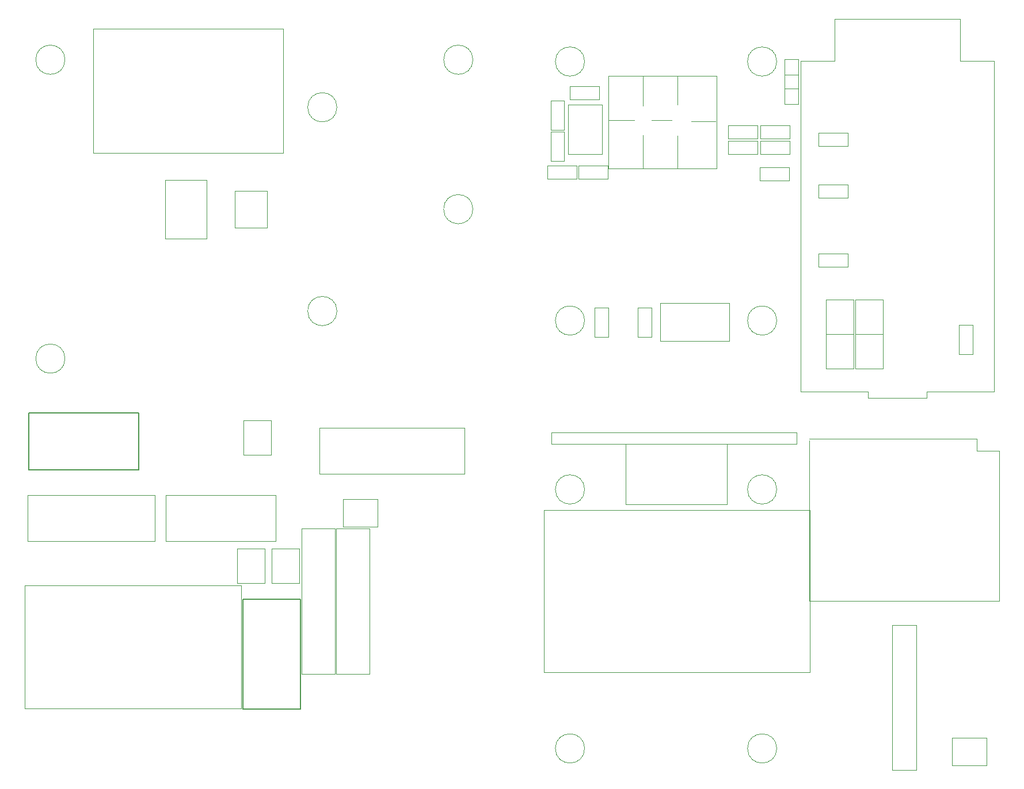
<source format=gbr>
%TF.GenerationSoftware,KiCad,Pcbnew,7.0.1*%
%TF.CreationDate,2023-03-16T09:25:58+01:00*%
%TF.ProjectId,Muons_SIPM_V2,4d756f6e-735f-4534-9950-4d5f56322e6b,rev?*%
%TF.SameCoordinates,PXc54b534PY8c10c98*%
%TF.FileFunction,Other,User*%
%FSLAX46Y46*%
G04 Gerber Fmt 4.6, Leading zero omitted, Abs format (unit mm)*
G04 Created by KiCad (PCBNEW 7.0.1) date 2023-03-16 09:25:58*
%MOMM*%
%LPD*%
G01*
G04 APERTURE LIST*
%ADD10C,0.050000*%
%ADD11C,0.127000*%
%ADD12C,0.120000*%
G04 APERTURE END LIST*
D10*
%TO.C,H3*%
X-101279404Y68801200D02*
G75*
G03*
X-101279404Y68801200I-2150000J0D01*
G01*
%TO.C,J1*%
X-126508204Y88133200D02*
X-120408204Y88133200D01*
X-126508204Y79483200D02*
X-126508204Y88133200D01*
X-120408204Y88133200D02*
X-120408204Y79483200D01*
X-120408204Y79483200D02*
X-126508204Y79483200D01*
%TO.C,R33*%
X-35397000Y99300275D02*
X-35397000Y103618275D01*
X-33437000Y99300275D02*
X-35397000Y99300275D01*
X-35397000Y103618275D02*
X-33437000Y103618275D01*
X-33437000Y103618275D02*
X-33437000Y99300275D01*
%TO.C,J3*%
X-147225204Y28367000D02*
X-147225204Y10267000D01*
X-147225204Y10267000D02*
X-115325204Y10267000D01*
X-115325204Y28367000D02*
X-147225204Y28367000D01*
X-115325204Y10267000D02*
X-115325204Y28367000D01*
%TO.C,H8*%
X-64850000Y67405275D02*
G75*
G03*
X-64850000Y67405275I-2150000J0D01*
G01*
D11*
%TO.C,J2*%
X-146605404Y53838200D02*
X-130405404Y53838200D01*
X-146605404Y45438200D02*
X-146605404Y53838200D01*
X-130405404Y53838200D02*
X-130405404Y45438200D01*
X-130405404Y45438200D02*
X-146605404Y45438200D01*
D10*
%TO.C,TP8*%
X-10777000Y5946475D02*
X-10777000Y1882475D01*
X-10777000Y5946475D02*
X-5697000Y5946475D01*
X-5697000Y1882475D02*
X-10777000Y1882475D01*
X-5697000Y1882475D02*
X-5697000Y5946475D01*
%TO.C,H12*%
X-64850000Y4405275D02*
G75*
G03*
X-64850000Y4405275I-2150000J0D01*
G01*
%TO.C,Cn1*%
X-115022004Y47606200D02*
X-110958004Y47606200D01*
X-115022004Y47606200D02*
X-115022004Y52686200D01*
X-110958004Y52686200D02*
X-110958004Y47606200D01*
X-110958004Y52686200D02*
X-115022004Y52686200D01*
%TO.C,H7*%
X-64850000Y105538275D02*
G75*
G03*
X-64850000Y105538275I-2150000J0D01*
G01*
%TO.C,R29*%
X-66040000Y88269275D02*
X-70358000Y88269275D01*
X-66040000Y90229275D02*
X-66040000Y88269275D01*
X-70358000Y88269275D02*
X-70358000Y90229275D01*
X-70358000Y90229275D02*
X-66040000Y90229275D01*
D12*
%TO.C,B1*%
X-137120004Y110344200D02*
X-109180004Y110344200D01*
X-109180004Y110344200D02*
X-109180004Y92056200D01*
X-109180004Y92056200D02*
X-137120004Y92056200D01*
X-137120004Y92056200D02*
X-137120004Y110344200D01*
D10*
%TO.C,H4*%
X-101279404Y98801200D02*
G75*
G03*
X-101279404Y98801200I-2150000J0D01*
G01*
%TO.C,U11*%
X-53741000Y69951275D02*
X-53741000Y64351275D01*
X-53741000Y64351275D02*
X-43541000Y64351275D01*
X-43541000Y69951275D02*
X-53741000Y69951275D01*
X-43541000Y64351275D02*
X-43541000Y69951275D01*
%TO.C,C26*%
X-34798001Y88015275D02*
X-39116001Y88015275D01*
X-34798001Y89975275D02*
X-34798001Y88015275D01*
X-39116001Y88015275D02*
X-39116001Y89975275D01*
X-39116001Y89975275D02*
X-34798001Y89975275D01*
%TO.C,RV4*%
X-62270000Y91905275D02*
X-62270000Y99205275D01*
X-62270000Y99205275D02*
X-67270000Y99205275D01*
X-67270000Y91905275D02*
X-62270000Y91905275D01*
X-67270000Y99205275D02*
X-67270000Y91905275D01*
%TO.C,U5*%
X-116302004Y81042200D02*
X-111562004Y81042200D01*
X-116302004Y81042200D02*
X-116302004Y86502200D01*
X-111562004Y86502200D02*
X-111562004Y81042200D01*
X-111562004Y86502200D02*
X-116302004Y86502200D01*
%TO.C,R36*%
X-26162000Y85475275D02*
X-30480000Y85475275D01*
X-26162000Y87435275D02*
X-26162000Y85475275D01*
X-30480000Y85475275D02*
X-30480000Y87435275D01*
X-30480000Y87435275D02*
X-26162000Y87435275D01*
%TO.C,C21*%
X-39405000Y91872275D02*
X-43723000Y91872275D01*
X-39405000Y93832275D02*
X-39405000Y91872275D01*
X-43723000Y91872275D02*
X-43723000Y93832275D01*
X-43723000Y93832275D02*
X-39405000Y93832275D01*
%TO.C,TP3*%
X-100379804Y41064800D02*
X-100379804Y37000800D01*
X-100379804Y41064800D02*
X-95299804Y41064800D01*
X-95299804Y37000800D02*
X-100379804Y37000800D01*
X-95299804Y37000800D02*
X-95299804Y41064800D01*
%TO.C,R32*%
X-56987000Y64992275D02*
X-56987000Y69310275D01*
X-55027000Y64992275D02*
X-56987000Y64992275D01*
X-56987000Y69310275D02*
X-55027000Y69310275D01*
X-55027000Y69310275D02*
X-55027000Y64992275D01*
%TO.C,J6*%
X-126485204Y41699000D02*
X-126485204Y34899000D01*
X-126485204Y34899000D02*
X-110245204Y34899000D01*
X-110245204Y41699000D02*
X-126485204Y41699000D01*
X-110245204Y34899000D02*
X-110245204Y41699000D01*
%TO.C,H6*%
X-81279404Y105801200D02*
G75*
G03*
X-81279404Y105801200I-2150000J0D01*
G01*
%TO.C,U9*%
X-45466000Y103380275D02*
X-61341000Y103380275D01*
X-61341000Y103380275D02*
X-61341000Y89757275D01*
D12*
X-51181000Y103346275D02*
X-51181000Y99155275D01*
X-56261000Y103346275D02*
X-56261000Y99028275D01*
X-52070000Y96869275D02*
X-54991000Y96869275D01*
X-57531000Y96869275D02*
X-60198000Y96869275D01*
X-60198000Y96869275D02*
X-61341000Y96869275D01*
X-45593000Y96742275D02*
X-48768000Y96742275D01*
X-48768000Y96742275D02*
X-49149000Y96742275D01*
X-56261000Y94710275D02*
X-56261000Y89757275D01*
D10*
X-45466000Y89757275D02*
X-45466000Y103380275D01*
D12*
X-51181000Y89757275D02*
X-51181000Y94583275D01*
D10*
X-61341000Y89757275D02*
X-45466000Y89757275D01*
%TO.C,H2*%
X-81279404Y83801200D02*
G75*
G03*
X-81279404Y83801200I-2150000J0D01*
G01*
%TO.C,H10*%
X-36585000Y4405275D02*
G75*
G03*
X-36585000Y4405275I-2150000J0D01*
G01*
%TO.C,C23*%
X-43723000Y96118275D02*
X-39405000Y96118275D01*
X-43723000Y94158275D02*
X-43723000Y96118275D01*
X-39405000Y96118275D02*
X-39405000Y94158275D01*
X-39405000Y94158275D02*
X-43723000Y94158275D01*
D12*
%TO.C,J15*%
X-3860800Y26122275D02*
X-31800800Y26122275D01*
X-3860800Y48220275D02*
X-3860800Y26122275D01*
X-3860800Y48220275D02*
X-7162800Y48220275D01*
X-7162800Y48220275D02*
X-7162800Y50023675D01*
X-31800800Y26122275D02*
X-31826200Y49718875D01*
X-31826200Y50023675D02*
X-7162800Y50023675D01*
D10*
%TO.C,R31*%
X-67854000Y95218274D02*
X-67854000Y90900274D01*
X-69814000Y95218274D02*
X-67854000Y95218274D01*
X-67854000Y90900274D02*
X-69814000Y90900274D01*
X-69814000Y90900274D02*
X-69814000Y95218274D01*
%TO.C,R34*%
X-35397000Y101586274D02*
X-35397000Y105904274D01*
X-33437000Y101586274D02*
X-35397000Y101586274D01*
X-35397000Y105904274D02*
X-33437000Y105904274D01*
X-33437000Y105904274D02*
X-33437000Y101586274D01*
%TO.C,C20*%
X-67854000Y99790276D02*
X-67854000Y95472276D01*
X-69814000Y99790276D02*
X-67854000Y99790276D01*
X-67854000Y95472276D02*
X-69814000Y95472276D01*
X-69814000Y95472276D02*
X-69814000Y99790276D01*
%TO.C,RV2*%
X-106444204Y15399000D02*
X-101544204Y15399000D01*
X-101544204Y15399000D02*
X-101544204Y36799000D01*
X-106444204Y36799000D02*
X-106444204Y15399000D01*
X-101544204Y36799000D02*
X-106444204Y36799000D01*
%TO.C,J5*%
X-146805204Y41699000D02*
X-146805204Y34899000D01*
X-146805204Y34899000D02*
X-128025204Y34899000D01*
X-128025204Y41699000D02*
X-146805204Y41699000D01*
X-128025204Y34899000D02*
X-128025204Y41699000D01*
%TO.C,RV1*%
X-101364204Y15399000D02*
X-96464204Y15399000D01*
X-96464204Y15399000D02*
X-96464204Y36799000D01*
X-101364204Y36799000D02*
X-101364204Y15399000D01*
X-96464204Y36799000D02*
X-101364204Y36799000D01*
D12*
%TO.C,J14*%
X-33680500Y50929875D02*
X-69712300Y50929875D01*
X-69712300Y50929875D02*
X-69712300Y49262475D01*
X-69712300Y49262475D02*
X-33680500Y49262475D01*
X-33680500Y49262475D02*
X-33680500Y50929875D01*
X-43924000Y49253475D02*
X-58783000Y49253475D01*
X-58783000Y49253475D02*
X-58783000Y40363475D01*
X-58783000Y40363475D02*
X-43924000Y40363475D01*
X-43924000Y40363475D02*
X-43924000Y49253475D01*
D10*
%TO.C,H14*%
X-36585000Y105538275D02*
G75*
G03*
X-36585000Y105538275I-2150000J0D01*
G01*
%TO.C,C24*%
X-39024000Y93832275D02*
X-34706000Y93832275D01*
X-39024000Y91872275D02*
X-39024000Y93832275D01*
X-34706000Y93832275D02*
X-34706000Y91872275D01*
X-34706000Y91872275D02*
X-39024000Y91872275D01*
D11*
%TO.C,J4*%
X-106672204Y26406400D02*
X-106672204Y10206400D01*
X-115072204Y26406400D02*
X-106672204Y26406400D01*
X-106672204Y10206400D02*
X-115072204Y10206400D01*
X-115072204Y10206400D02*
X-115072204Y26406400D01*
D10*
%TO.C,TP7*%
X-29337000Y60293275D02*
X-25273000Y60293275D01*
X-29337000Y60293275D02*
X-29337000Y65373275D01*
X-25273000Y65373275D02*
X-25273000Y60293275D01*
X-25273000Y65373275D02*
X-29337000Y65373275D01*
%TO.C,TP4*%
X-20955000Y70453275D02*
X-25019000Y70453275D01*
X-20955000Y70453275D02*
X-20955000Y65373275D01*
X-25019000Y65373275D02*
X-25019000Y70453275D01*
X-25019000Y65373275D02*
X-20955000Y65373275D01*
%TO.C,H5*%
X-141279404Y105801200D02*
G75*
G03*
X-141279404Y105801200I-2150000J0D01*
G01*
%TO.C,J7*%
X-82520204Y44843000D02*
X-82520204Y51643000D01*
X-82520204Y51643000D02*
X-103840204Y51643000D01*
X-103840204Y44843000D02*
X-82520204Y44843000D01*
X-103840204Y51643000D02*
X-103840204Y44843000D01*
%TO.C,R30*%
X-67056000Y101913275D02*
X-62738000Y101913275D01*
X-67056000Y99953275D02*
X-67056000Y101913275D01*
X-62738000Y101913275D02*
X-62738000Y99953275D01*
X-62738000Y99953275D02*
X-67056000Y99953275D01*
%TO.C,TP2*%
X-115952204Y28754000D02*
X-111888204Y28754000D01*
X-115952204Y28754000D02*
X-115952204Y33834000D01*
X-111888204Y33834000D02*
X-111888204Y28754000D01*
X-111888204Y33834000D02*
X-115952204Y33834000D01*
%TO.C,R35*%
X-26162000Y93095275D02*
X-30480000Y93095275D01*
X-26162000Y95055275D02*
X-26162000Y93095275D01*
X-30480000Y93095275D02*
X-30480000Y95055275D01*
X-30480000Y95055275D02*
X-26162000Y95055275D01*
%TO.C,C25*%
X-34706000Y94158275D02*
X-39024000Y94158275D01*
X-34706000Y96118275D02*
X-34706000Y94158275D01*
X-39024000Y94158275D02*
X-39024000Y96118275D01*
X-39024000Y96118275D02*
X-34706000Y96118275D01*
%TO.C,TP5*%
X-29337000Y65373275D02*
X-25273000Y65373275D01*
X-29337000Y65373275D02*
X-29337000Y70453275D01*
X-25273000Y70453275D02*
X-25273000Y65373275D01*
X-25273000Y70453275D02*
X-29337000Y70453275D01*
%TO.C,M2*%
X-33031000Y105662275D02*
X-33031000Y56902275D01*
X-33031000Y56902275D02*
X-23151000Y56902275D01*
X-28081000Y111832275D02*
X-9581000Y111832275D01*
X-28081000Y105662275D02*
X-33031000Y105662275D01*
X-28081000Y105662275D02*
X-28081000Y111832275D01*
X-23151000Y56902275D02*
X-23151000Y56032275D01*
X-23151000Y56032275D02*
X-14521000Y56032275D01*
X-14521000Y56902275D02*
X-4631000Y56902275D01*
X-14521000Y56032275D02*
X-14521000Y56902275D01*
X-9581000Y111832275D02*
X-9581000Y105662275D01*
X-4631000Y105662275D02*
X-9581000Y105662275D01*
X-4631000Y56902275D02*
X-4631000Y105662275D01*
%TO.C,H9*%
X-36585000Y67405275D02*
G75*
G03*
X-36585000Y67405275I-2150000J0D01*
G01*
%TO.C,C19*%
X-65786000Y90229275D02*
X-61468000Y90229275D01*
X-65786000Y88269275D02*
X-65786000Y90229275D01*
X-61468000Y90229275D02*
X-61468000Y88269275D01*
X-61468000Y88269275D02*
X-65786000Y88269275D01*
%TO.C,TP1*%
X-110872204Y28754000D02*
X-106808204Y28754000D01*
X-110872204Y28754000D02*
X-110872204Y33834000D01*
X-106808204Y33834000D02*
X-106808204Y28754000D01*
X-106808204Y33834000D02*
X-110872204Y33834000D01*
%TO.C,R38*%
X-26162000Y75315275D02*
X-30480000Y75315275D01*
X-26162000Y77275275D02*
X-26162000Y75315275D01*
X-30480000Y75315275D02*
X-30480000Y77275275D01*
X-30480000Y77275275D02*
X-26162000Y77275275D01*
%TO.C,R37*%
X-9743000Y62452276D02*
X-9743000Y66770276D01*
X-7783000Y62452276D02*
X-9743000Y62452276D01*
X-9743000Y66770276D02*
X-7783000Y66770276D01*
X-7783000Y66770276D02*
X-7783000Y62452276D01*
%TO.C,H11*%
X-64850000Y42538275D02*
G75*
G03*
X-64850000Y42538275I-2150000J0D01*
G01*
%TO.C,H13*%
X-36585000Y42538275D02*
G75*
G03*
X-36585000Y42538275I-2150000J0D01*
G01*
%TO.C,TP6*%
X-25019000Y60293275D02*
X-20955000Y60293275D01*
X-25019000Y60293275D02*
X-25019000Y65373275D01*
X-20955000Y65373275D02*
X-20955000Y60293275D01*
X-20955000Y65373275D02*
X-25019000Y65373275D01*
%TO.C,R28*%
X-61377000Y69310275D02*
X-61377000Y64992275D01*
X-63337000Y69310275D02*
X-61377000Y69310275D01*
X-61377000Y64992275D02*
X-63337000Y64992275D01*
X-63337000Y64992275D02*
X-63337000Y69310275D01*
%TO.C,H1*%
X-141279404Y61801200D02*
G75*
G03*
X-141279404Y61801200I-2150000J0D01*
G01*
D12*
%TO.C,M1*%
X-31732000Y15598475D02*
X-70848000Y15598475D01*
X-70848000Y15598475D02*
X-70848000Y39474475D01*
X-70848000Y39474475D02*
X-31732000Y39474475D01*
X-31732000Y39474475D02*
X-31732000Y15598475D01*
D10*
%TO.C,J12*%
X-16089000Y1225475D02*
X-19639000Y1225475D01*
X-16089000Y22575475D02*
X-16089000Y1225475D01*
X-19639000Y1225475D02*
X-19639000Y22575475D01*
X-19639000Y22575475D02*
X-16089000Y22575475D01*
%TD*%
M02*

</source>
